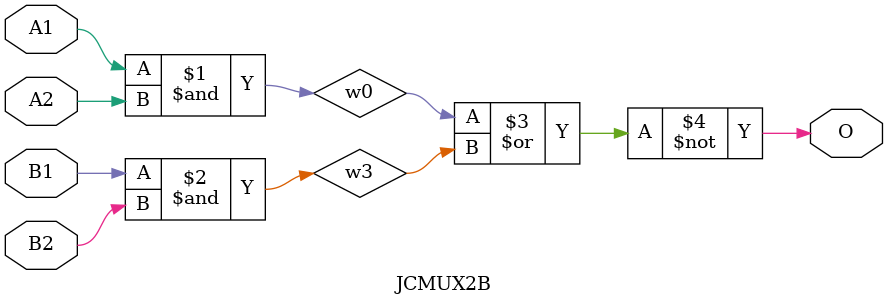
<source format=v>
module JCMUX2B(A1, A2, B1, B2, O);
input   A1;
input   A2;
input   B1;
input   B2;
output  O;
and g0(w0, A1, A2);
and g1(w3, B1, B2);
nor g2(O, w0, w3);
endmodule
</source>
